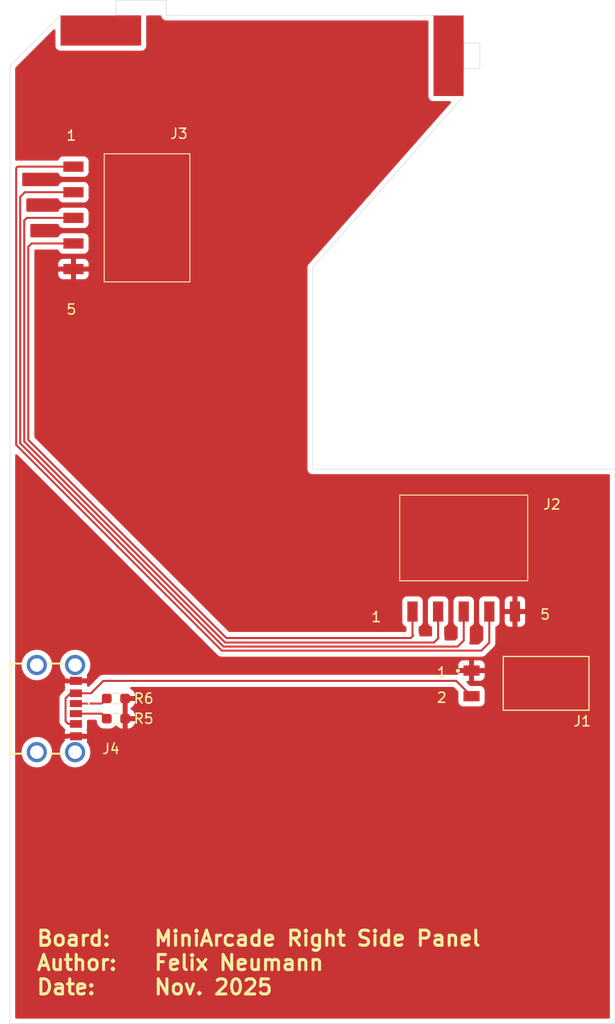
<source format=kicad_pcb>
(kicad_pcb (version 20241229) (generator "pcbnew") (generator_version "9.0")
  (layers (0 "F.Cu" signal) (2 "B.Cu" signal) (13 "F.Paste" user) (15 "B.Paste" user) (5 "F.SilkS" user "F.Silkscreen") (7 "B.SilkS" user "B.Silkscreen") (1 "F.Mask" user) (3 "B.Mask" user) (25 "Edge.Cuts" user))
  (net 0 "")
  (net 1 "GND")
  (net 2 "Net-(J4-CC2)")
  (net 3 "Net-(J4-CC1)")
  (net 4 "5V0")
  (net 5 "DP_LEFT")
  (net 6 "DP_DOWN")
  (net 7 "DP_RIGHT")
  (net 8 "DP_UP")
  (footprint "Resistor_SMD:R_0603_1608Metric_Pad0.98x0.95mm_HandSolder" (layer "F.Cu") (at 90.5 142.75)
    (property "Reference" "R6" (at 2.75 0 0) (layer "F.SilkS"))
    (property "Value" "5k1")
    (fp_line (start -0.254724 -0.5225) (end 0.254724 -0.5225) (stroke (width 0.12)) (layer "F.SilkS"))
    (fp_line (start -0.254724 0.5225) (end 0.254724 0.5225) (stroke (width 0.12)) (layer "F.SilkS"))
    (pad "1" smd roundrect (at -0.9125 0) (size 0.975 0.95) (layers "F.Cu" "F.Mask" "F.Paste") (net 3 "Net-(J4-CC1)"))
    (pad "2" smd roundrect (at 0.9125 0) (size 0.975 0.95) (layers "F.Cu" "F.Mask" "F.Paste") (net 1 "GND"))
  )
  (footprint "MiniArcade_Right_Side_Panel:HARWIN_M20-7910242R" (layer "F.Cu") (at 133.175 141.25 90)
    (property "Reference" "J1" (at -3.75 3.575 180) (layer "F.SilkS"))
    (property "Value" "M20-7910242R")
    (fp_line (start 2.665 -4.25) (end 2.665 4.25) (stroke (width 0.127)) (layer "F.SilkS"))
    (fp_line (start -2.665 -4.25) (end 2.665 -4.25) (stroke (width 0.127)) (layer "F.SilkS"))
    (fp_line (start 2.665 4.25) (end -2.665 4.25) (stroke (width 0.127)) (layer "F.SilkS"))
    (fp_line (start -2.665 4.25) (end -2.665 -4.25) (stroke (width 0.127)) (layer "F.SilkS"))
    (fp_circle (center 1.25 -8.75) (end 1.35 -8.75) (stroke (width 0.2)) (fill no) (layer "F.SilkS"))
    (pad "1" smd rect (at 1.269996 -7.4 90) (size 1.019992 1.6) (layers "F.Cu" "F.Mask" "F.Paste") (net 1 "GND"))
    (pad "2" smd rect (at -1.27 -7.4 90) (size 1.02 1.6) (layers "F.Cu" "F.Mask" "F.Paste") (net 4 "5V0"))
  )
  (footprint "MiniArcade_Right_Side_Panel:M207910542R" (layer "F.Cu") (at 91.585 95.08 -90)
    (property "Reference" "J3" (at -8.35 -5.165 0) (layer "F.SilkS"))
    (property "Value" "M20-7910542R" (hide yes))
    (fp_line (start -6.35 2.25) (end -6.35 -6.25) (stroke (width 0.1)) (layer "F.SilkS"))
    (fp_line (start 6.35 2.25) (end -6.35 2.25) (stroke (width 0.1)) (layer "F.SilkS"))
    (fp_line (start -6.35 -6.25) (end 6.35 -6.25) (stroke (width 0.1)) (layer "F.SilkS"))
    (fp_line (start 6.35 -6.25) (end 6.35 2.25) (stroke (width 0.1)) (layer "F.SilkS"))
    (pad "1" smd rect (at -5.08 5.3 270) (size 1.02 2) (layers "F.Cu" "F.Mask" "F.Paste") (net 5 "DP_LEFT"))
    (pad "2" smd rect (at -2.54 5.3 270) (size 1.02 2) (layers "F.Cu" "F.Mask" "F.Paste") (net 6 "DP_DOWN"))
    (pad "3" smd rect (at -0.000002 5.3 270) (size 1.019995 2) (layers "F.Cu" "F.Mask" "F.Paste") (net 7 "DP_RIGHT"))
    (pad "4" smd rect (at 2.54 5.3 270) (size 1.02 2) (layers "F.Cu" "F.Mask" "F.Paste") (net 8 "DP_UP"))
    (pad "5" smd rect (at 5.08 5.3 270) (size 1.02 2) (layers "F.Cu" "F.Mask" "F.Paste") (net 1 "GND"))
  )
  (footprint "Resistor_SMD:R_0603_1608Metric_Pad0.98x0.95mm_HandSolder" (layer "F.Cu") (at 90.5 144.75)
    (property "Reference" "R5" (at 2.75 0 0) (layer "F.SilkS"))
    (property "Value" "5k1")
    (fp_line (start -0.254724 -0.5225) (end 0.254724 -0.5225) (stroke (width 0.12)) (layer "F.SilkS"))
    (fp_line (start -0.254724 0.5225) (end 0.254724 0.5225) (stroke (width 0.12)) (layer "F.SilkS"))
    (pad "1" smd roundrect (at -0.9125 0) (size 0.975 0.95) (layers "F.Cu" "F.Mask" "F.Paste") (net 2 "Net-(J4-CC2)"))
    (pad "2" smd roundrect (at 0.9125 0) (size 0.975 0.95) (layers "F.Cu" "F.Mask" "F.Paste") (net 1 "GND"))
  )
  (footprint "MiniArcade_Right_Side_Panel:M207910542R" (layer "F.Cu") (at 125 128.825)
    (property "Reference" "J2" (at 8.75 -5.325 0) (layer "F.SilkS"))
    (property "Value" "M20-7910542R" (hide yes))
    (fp_line (start -6.35 -6.25) (end 6.35 -6.25) (stroke (width 0.1)) (layer "F.SilkS"))
    (fp_line (start -6.35 2.25) (end -6.35 -6.25) (stroke (width 0.1)) (layer "F.SilkS"))
    (fp_line (start 6.35 -6.25) (end 6.35 2.25) (stroke (width 0.1)) (layer "F.SilkS"))
    (fp_line (start 6.35 2.25) (end -6.35 2.25) (stroke (width 0.1)) (layer "F.SilkS"))
    (pad "1" smd rect (at -5.08 5.3) (size 1.02 2) (layers "F.Cu" "F.Mask" "F.Paste") (net 8 "DP_UP"))
    (pad "2" smd rect (at -2.54 5.3) (size 1.02 2) (layers "F.Cu" "F.Mask" "F.Paste") (net 7 "DP_RIGHT"))
    (pad "3" smd rect (at -0.000002 5.3) (size 1.019995 2) (layers "F.Cu" "F.Mask" "F.Paste") (net 6 "DP_DOWN"))
    (pad "4" smd rect (at 2.54 5.3) (size 1.02 2) (layers "F.Cu" "F.Mask" "F.Paste") (net 5 "DP_LEFT"))
    (pad "5" smd rect (at 5.08 5.3) (size 1.02 2) (layers "F.Cu" "F.Mask" "F.Paste") (net 1 "GND"))
  )
  (footprint "MiniArcade_Right_Side_Panel:USB4125GFA" (layer "F.Cu") (at 83.75 143.75 -90)
    (property "Reference" "J4" (at 4 -6.25 180) (layer "F.SilkS"))
    (property "Value" "~" (hide yes))
    (fp_line (start -4.47 3.702) (end 4.47 3.702) (stroke (width 0.2)) (layer "F.SilkS"))
    (fp_line (start 4.47 3.702) (end 4.47 2.502) (stroke (width 0.2)) (layer "F.SilkS"))
    (fp_line (start -4.47 2.502) (end -4.47 3.702) (stroke (width 0.2)) (layer "F.SilkS"))
    (fp_line (start 4.47 -0.098) (end 4.47 -1.498) (stroke (width 0.2)) (layer "F.SilkS"))
    (fp_line (start -4.47 -1.498) (end -4.47 -0.098) (stroke (width 0.2)) (layer "F.SilkS"))
    (fp_line (start -0.5 -3.998) (end -0.5 -3.998) (stroke (width 0.1)) (layer "F.SilkS"))
    (fp_line (start -0.5 -4.098) (end -0.5 -4.098) (stroke (width 0.1)) (layer "F.SilkS"))
    (fp_arc (start -0.5 -3.997) (mid -0.5505 -4.0475) (end -0.5 -4.098) (stroke (width 0.1)) (layer "F.SilkS"))
    (fp_arc (start -0.5 -4.098) (mid -0.45 -4.048) (end -0.5 -3.998) (stroke (width 0.1)) (layer "F.SilkS"))
    (pad "A5" smd rect (at -0.5 -2.778 270) (size 0.7 1.2) (layers "F.Cu" "F.Mask" "F.Paste") (net 3 "Net-(J4-CC1)"))
    (pad "A9" smd rect (at 1.52 -2.778 270) (size 0.76 1.2) (layers "F.Cu" "F.Mask" "F.Paste") (net 4 "5V0"))
    (pad "A12" smd rect (at 2.75 -2.778 270) (size 0.8 1.2) (layers "F.Cu" "F.Mask" "F.Paste") (net 1 "GND"))
    (pad "B5" smd rect (at 0.5 -2.778 270) (size 0.7 1.2) (layers "F.Cu" "F.Mask" "F.Paste") (net 2 "Net-(J4-CC2)"))
    (pad "B9" smd rect (at -1.52 -2.778 270) (size 0.76 1.2) (layers "F.Cu" "F.Mask" "F.Paste") (net 4 "5V0"))
    (pad "B12" smd rect (at -2.75 -2.778 270) (size 0.8 1.2) (layers "F.Cu" "F.Mask" "F.Paste") (net 1 "GND"))
    (pad "MH1" thru_hole circle (at 4.32 -2.698 270) (size 2.01 2.01) (drill 1.34) (layers "*.Cu" "*.Mask"))
    (pad "MH2" thru_hole circle (at 4.32 1.102 270) (size 2.01 2.01) (drill 1.34) (layers "*.Cu" "*.Mask"))
    (pad "MH3" thru_hole circle (at -4.32 1.102 270) (size 2.01 2.01) (drill 1.34) (layers "*.Cu" "*.Mask"))
    (pad "MH4" thru_hole circle (at -4.32 -2.698 270) (size 2.01 2.01) (drill 1.34) (layers "*.Cu" "*.Mask"))
  )
  (footprint "" (layer "F.Cu") (at 89 76.5 90)
    (property "Reference" "" (at 0 0 90) (layer "F.SilkS"))
    (property "Value" "")
    (pad "" smd rect (at 0 0) (size 8 3) (layers "F.Cu" "F.Mask" "F.Paste"))
  )
  (footprint "" (layer "B.Cu") (at 123.5 79 180)
    (property "Reference" "" (at 0 0 0) (layer "B.SilkS") (effects (font (size 1.27 1.27)) (justify mirror)))
    (property "Value" "")
    (pad "" smd rect (at 0 0 270) (size 8 3) (layers "F.Cu" "F.Mask" "F.Paste"))
  )
  (gr_line (start 126.6 80.25) (end 126.6 77.75) (stroke (width 0.05)) (layer "Edge.Cuts"))
  (gr_line (start 80 80) (end 85 75) (stroke (width 0.05)) (layer "Edge.Cuts"))
  (gr_line (start 125 75) (end 125 77.75) (stroke (width 0.05)) (layer "Edge.Cuts"))
  (gr_line (start 140 120) (end 140 175) (stroke (width 0.05)) (layer "Edge.Cuts"))
  (gr_line (start 140 120) (end 110 120) (stroke (width 0.05)) (layer "Edge.Cuts"))
  (gr_line (start 85 75) (end 90.5 75) (stroke (width 0.05)) (layer "Edge.Cuts"))
  (gr_line (start 95.5 75) (end 125 75) (stroke (width 0.05)) (layer "Edge.Cuts"))
  (gr_line (start 80 175) (end 80 80) (stroke (width 0.05)) (layer "Edge.Cuts"))
  (gr_line (start 125 83) (end 125 80.25) (stroke (width 0.05)) (layer "Edge.Cuts"))
  (gr_line (start 140 175) (end 80 175) (stroke (width 0.05)) (layer "Edge.Cuts"))
  (gr_line (start 90.5 75) (end 90.5 73.5) (stroke (width 0.05)) (layer "Edge.Cuts"))
  (gr_line (start 125 80.25) (end 126.6 80.25) (stroke (width 0.05)) (layer "Edge.Cuts"))
  (gr_line (start 125 77.75) (end 126.6 77.75) (stroke (width 0.05)) (layer "Edge.Cuts"))
  (gr_line (start 90.5 73.5) (end 95.5 73.5) (stroke (width 0.05)) (layer "Edge.Cuts"))
  (gr_line (start 110 120) (end 110 100) (stroke (width 0.05)) (layer "Edge.Cuts"))
  (gr_line (start 95.5 73.5) (end 95.5 75) (stroke (width 0.05)) (layer "Edge.Cuts"))
  (gr_line (start 110 100) (end 125 83) (stroke (width 0.05)) (layer "Edge.Cuts"))
  (gr_text "Board:	MiniArcade Right Side Panel\nAuthor:	Felix Neumann\nDate:	Nov. 2025\n" (at 82.5 172.25 0) (layer "F.SilkS") (effects (font (size 1.5 1.5) (thickness 0.3) (bold yes)) (justify left bottom)))
  (gr_text "1" (at 115.75 135.25 0) (layer "F.SilkS") (effects (font (size 1 1) (thickness 0.15) (bold yes)) (justify left bottom)))
  (gr_text "2" (at 122.25 143.25 0) (layer "F.SilkS") (effects (font (size 1 1) (thickness 0.15) (bold yes)) (justify left bottom)))
  (gr_text "5\n" (at 85.5 104.75 0) (layer "F.SilkS") (effects (font (size 1 1) (thickness 0.15) (bold yes)) (justify left bottom)))
  (gr_text "5\n" (at 132.5 135 0) (layer "F.SilkS") (effects (font (size 1 1) (thickness 0.15) (bold yes)) (justify left bottom)))
  (gr_text "1" (at 122.25 140.75 0) (layer "F.SilkS") (effects (font (size 1 1) (thickness 0.15) (bold yes)) (justify left bottom)))
  (gr_text "1" (at 85.5 87.5 0) (layer "F.SilkS") (effects (font (size 1 1) (thickness 0.15) (bold yes)) (justify left bottom)))
  (segment (start 89.5875 144.75) (end 89.0875 144.25) (width 0.2) (layer "F.Cu") (net 2))
  (segment (start 89.0875 144.25) (end 86.528 144.25) (width 0.2) (layer "F.Cu") (net 2))
  (segment (start 89.0875 143.25) (end 89.5875 142.75) (width 0.2) (layer "F.Cu") (net 3))
  (segment (start 86.528 143.25) (end 89.0875 143.25) (width 0.2) (layer "F.Cu") (net 3))
  (segment (start 124.255 141) (end 125.775 142.52) (width 0.2) (layer "F.Cu") (net 4))
  (segment (start 85.996 142.23) (end 85.5 142.726) (width 0.2) (layer "F.Cu") (net 4))
  (segment (start 85.5 142.726) (end 85.5 145) (width 0.2) (layer "F.Cu") (net 4))
  (segment (start 85.77 145.27) (end 86.528 145.27) (width 0.2) (layer "F.Cu") (net 4))
  (segment (start 85.5 145) (end 85.77 145.27) (width 0.2) (layer "F.Cu") (net 4))
  (segment (start 88.02 142.23) (end 89.25 141) (width 0.2) (layer "F.Cu") (net 4))
  (segment (start 86.528 142.23) (end 85.996 142.23) (width 0.2) (layer "F.Cu") (net 4))
  (segment (start 89.25 141) (end 124.255 141) (width 0.2) (layer "F.Cu") (net 4))
  (segment (start 86.528 142.23) (end 88.02 142.23) (width 0.2) (layer "F.Cu") (net 4))
  (segment (start 80.601 117.601) (end 80.601 90.149) (width 0.2) (layer "F.Cu") (net 5))
  (segment (start 80.75 90) (end 86.285 90) (width 0.2) (layer "F.Cu") (net 5))
  (segment (start 127.54 134.125) (end 127.54 137.21) (width 0.2) (layer "F.Cu") (net 5))
  (segment (start 127.54 137.21) (end 126.75 138) (width 0.2) (layer "F.Cu") (net 5))
  (segment (start 126.75 138) (end 101 138) (width 0.2) (layer "F.Cu") (net 5))
  (segment (start 80.601 90.149) (end 80.75 90) (width 0.2) (layer "F.Cu") (net 5))
  (segment (start 101 138) (end 80.601 117.601) (width 0.2) (layer "F.Cu") (net 5))
  (segment (start 125 137) (end 124.401 137.599) (width 0.2) (layer "F.Cu") (net 6))
  (segment (start 101.1661 137.599) (end 81.002 117.4349) (width 0.2) (layer "F.Cu") (net 6))
  (segment (start 81.002 117.4349) (end 81.002 92.998) (width 0.2) (layer "F.Cu") (net 6))
  (segment (start 124.999998 136.999998) (end 125 137) (width 0.2) (layer "F.Cu") (net 6))
  (segment (start 124.999998 134.125) (end 124.999998 136.999998) (width 0.2) (layer "F.Cu") (net 6))
  (segment (start 124.401 137.599) (end 101.1661 137.599) (width 0.2) (layer "F.Cu") (net 6))
  (segment (start 81.46 92.54) (end 86.285 92.54) (width 0.2) (layer "F.Cu") (net 6))
  (segment (start 81.002 92.998) (end 81.46 92.54) (width 0.2) (layer "F.Cu") (net 6))
  (segment (start 81.403 117.2688) (end 81.403 95.347) (width 0.2) (layer "F.Cu") (net 7))
  (segment (start 101.3322 137.198) (end 81.403 117.2688) (width 0.2) (layer "F.Cu") (net 7))
  (segment (start 81.403 95.347) (end 81.670002 95.079998) (width 0.2) (layer "F.Cu") (net 7))
  (segment (start 122.5 136.75) (end 122.052 137.198) (width 0.2) (layer "F.Cu") (net 7))
  (segment (start 122.46 134.125) (end 122.46 136.71) (width 0.2) (layer "F.Cu") (net 7))
  (segment (start 81.670002 95.079998) (end 86.285 95.079998) (width 0.2) (layer "F.Cu") (net 7))
  (segment (start 122.46 136.71) (end 122.5 136.75) (width 0.2) (layer "F.Cu") (net 7))
  (segment (start 122.052 137.198) (end 101.3322 137.198) (width 0.2) (layer "F.Cu") (net 7))
  (segment (start 101.4513 136.75) (end 81.804 117.1027) (width 0.2) (layer "F.Cu") (net 8))
  (segment (start 119.92 136.42) (end 120 136.5) (width 0.2) (layer "F.Cu") (net 8))
  (segment (start 119.92 134.125) (end 119.92 136.42) (width 0.2) (layer "F.Cu") (net 8))
  (segment (start 119.75 136.75) (end 101.4513 136.75) (width 0.2) (layer "F.Cu") (net 8))
  (segment (start 82.13 97.62) (end 86.285 97.62) (width 0.2) (layer "F.Cu") (net 8))
  (segment (start 81.804 117.1027) (end 81.804 97.946) (width 0.2) (layer "F.Cu") (net 8))
  (segment (start 81.804 97.946) (end 82.13 97.62) (width 0.2) (layer "F.Cu") (net 8))
  (segment (start 120 136.5) (end 119.75 136.75) (width 0.2) (layer "F.Cu") (net 8))
  (zone (net 1) (net_name "GND") (layers "F.Cu" "B.Cu") (priority 1) (connect_pads (clearance 0.5)) (min_thickness 0.25) (fill yes (thermal_gap 0.5) (thermal_bridge_width 0.5))
    (polygon (pts (xy 80 175) (xy 80 75) (xy 140 75) (xy 140 175)))
  )
)
</source>
